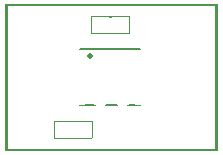
<source format=gto>
G04 MADE WITH FRITZING*
G04 WWW.FRITZING.ORG*
G04 DOUBLE SIDED*
G04 HOLES PLATED*
G04 CONTOUR ON CENTER OF CONTOUR VECTOR*
%ASAXBY*%
%FSLAX23Y23*%
%MOIN*%
%OFA0B0*%
%SFA1.0B1.0*%
%ADD10C,0.019307X0.00330709*%
%ADD11R,0.001000X0.001000*%
%LNSILK1*%
G90*
G70*
G54D10*
X281Y318D03*
G54D11*
X0Y492D02*
X707Y492D01*
X0Y491D02*
X707Y491D01*
X0Y490D02*
X707Y490D01*
X0Y489D02*
X707Y489D01*
X0Y488D02*
X707Y488D01*
X0Y487D02*
X707Y487D01*
X0Y486D02*
X707Y486D01*
X0Y485D02*
X707Y485D01*
X0Y484D02*
X7Y484D01*
X700Y484D02*
X707Y484D01*
X0Y483D02*
X7Y483D01*
X700Y483D02*
X707Y483D01*
X0Y482D02*
X7Y482D01*
X700Y482D02*
X707Y482D01*
X0Y481D02*
X7Y481D01*
X700Y481D02*
X707Y481D01*
X0Y480D02*
X7Y480D01*
X700Y480D02*
X707Y480D01*
X0Y479D02*
X7Y479D01*
X700Y479D02*
X707Y479D01*
X0Y478D02*
X7Y478D01*
X700Y478D02*
X707Y478D01*
X0Y477D02*
X7Y477D01*
X700Y477D02*
X707Y477D01*
X0Y476D02*
X7Y476D01*
X700Y476D02*
X707Y476D01*
X0Y475D02*
X7Y475D01*
X700Y475D02*
X707Y475D01*
X0Y474D02*
X7Y474D01*
X700Y474D02*
X707Y474D01*
X0Y473D02*
X7Y473D01*
X700Y473D02*
X707Y473D01*
X0Y472D02*
X7Y472D01*
X700Y472D02*
X707Y472D01*
X0Y471D02*
X7Y471D01*
X700Y471D02*
X707Y471D01*
X0Y470D02*
X7Y470D01*
X700Y470D02*
X707Y470D01*
X0Y469D02*
X7Y469D01*
X700Y469D02*
X707Y469D01*
X0Y468D02*
X7Y468D01*
X700Y468D02*
X707Y468D01*
X0Y467D02*
X7Y467D01*
X700Y467D02*
X707Y467D01*
X0Y466D02*
X7Y466D01*
X700Y466D02*
X707Y466D01*
X0Y465D02*
X7Y465D01*
X700Y465D02*
X707Y465D01*
X0Y464D02*
X7Y464D01*
X700Y464D02*
X707Y464D01*
X0Y463D02*
X7Y463D01*
X700Y463D02*
X707Y463D01*
X0Y462D02*
X7Y462D01*
X700Y462D02*
X707Y462D01*
X0Y461D02*
X7Y461D01*
X700Y461D02*
X707Y461D01*
X0Y460D02*
X7Y460D01*
X700Y460D02*
X707Y460D01*
X0Y459D02*
X7Y459D01*
X700Y459D02*
X707Y459D01*
X0Y458D02*
X7Y458D01*
X700Y458D02*
X707Y458D01*
X0Y457D02*
X7Y457D01*
X700Y457D02*
X707Y457D01*
X0Y456D02*
X7Y456D01*
X700Y456D02*
X707Y456D01*
X0Y455D02*
X7Y455D01*
X700Y455D02*
X707Y455D01*
X0Y454D02*
X7Y454D01*
X700Y454D02*
X707Y454D01*
X0Y453D02*
X7Y453D01*
X700Y453D02*
X707Y453D01*
X0Y452D02*
X7Y452D01*
X700Y452D02*
X707Y452D01*
X0Y451D02*
X7Y451D01*
X700Y451D02*
X707Y451D01*
X0Y450D02*
X7Y450D01*
X285Y450D02*
X414Y450D01*
X700Y450D02*
X707Y450D01*
X0Y449D02*
X7Y449D01*
X285Y449D02*
X414Y449D01*
X700Y449D02*
X707Y449D01*
X0Y448D02*
X7Y448D01*
X285Y448D02*
X414Y448D01*
X700Y448D02*
X707Y448D01*
X0Y447D02*
X7Y447D01*
X285Y447D02*
X287Y447D01*
X345Y447D02*
X354Y447D01*
X412Y447D02*
X414Y447D01*
X700Y447D02*
X707Y447D01*
X0Y446D02*
X7Y446D01*
X285Y446D02*
X287Y446D01*
X412Y446D02*
X414Y446D01*
X700Y446D02*
X707Y446D01*
X0Y445D02*
X7Y445D01*
X285Y445D02*
X287Y445D01*
X412Y445D02*
X414Y445D01*
X700Y445D02*
X707Y445D01*
X0Y444D02*
X7Y444D01*
X285Y444D02*
X287Y444D01*
X412Y444D02*
X414Y444D01*
X700Y444D02*
X707Y444D01*
X0Y443D02*
X7Y443D01*
X285Y443D02*
X287Y443D01*
X412Y443D02*
X414Y443D01*
X700Y443D02*
X707Y443D01*
X0Y442D02*
X7Y442D01*
X285Y442D02*
X287Y442D01*
X412Y442D02*
X414Y442D01*
X700Y442D02*
X707Y442D01*
X0Y441D02*
X7Y441D01*
X285Y441D02*
X287Y441D01*
X412Y441D02*
X414Y441D01*
X700Y441D02*
X707Y441D01*
X0Y440D02*
X7Y440D01*
X285Y440D02*
X287Y440D01*
X412Y440D02*
X414Y440D01*
X700Y440D02*
X707Y440D01*
X0Y439D02*
X7Y439D01*
X285Y439D02*
X287Y439D01*
X412Y439D02*
X414Y439D01*
X700Y439D02*
X707Y439D01*
X0Y438D02*
X7Y438D01*
X285Y438D02*
X287Y438D01*
X412Y438D02*
X414Y438D01*
X700Y438D02*
X707Y438D01*
X0Y437D02*
X7Y437D01*
X285Y437D02*
X287Y437D01*
X412Y437D02*
X414Y437D01*
X700Y437D02*
X707Y437D01*
X0Y436D02*
X7Y436D01*
X285Y436D02*
X287Y436D01*
X412Y436D02*
X414Y436D01*
X700Y436D02*
X707Y436D01*
X0Y435D02*
X7Y435D01*
X285Y435D02*
X287Y435D01*
X412Y435D02*
X414Y435D01*
X700Y435D02*
X707Y435D01*
X0Y434D02*
X7Y434D01*
X285Y434D02*
X287Y434D01*
X412Y434D02*
X414Y434D01*
X700Y434D02*
X707Y434D01*
X0Y433D02*
X7Y433D01*
X285Y433D02*
X287Y433D01*
X412Y433D02*
X414Y433D01*
X700Y433D02*
X707Y433D01*
X0Y432D02*
X7Y432D01*
X285Y432D02*
X287Y432D01*
X412Y432D02*
X414Y432D01*
X700Y432D02*
X707Y432D01*
X0Y431D02*
X7Y431D01*
X285Y431D02*
X287Y431D01*
X412Y431D02*
X414Y431D01*
X700Y431D02*
X707Y431D01*
X0Y430D02*
X7Y430D01*
X285Y430D02*
X287Y430D01*
X412Y430D02*
X414Y430D01*
X700Y430D02*
X707Y430D01*
X0Y429D02*
X7Y429D01*
X285Y429D02*
X287Y429D01*
X412Y429D02*
X414Y429D01*
X700Y429D02*
X707Y429D01*
X0Y428D02*
X7Y428D01*
X285Y428D02*
X287Y428D01*
X412Y428D02*
X414Y428D01*
X700Y428D02*
X707Y428D01*
X0Y427D02*
X7Y427D01*
X285Y427D02*
X287Y427D01*
X412Y427D02*
X414Y427D01*
X700Y427D02*
X707Y427D01*
X0Y426D02*
X7Y426D01*
X285Y426D02*
X287Y426D01*
X412Y426D02*
X414Y426D01*
X700Y426D02*
X707Y426D01*
X0Y425D02*
X7Y425D01*
X285Y425D02*
X287Y425D01*
X412Y425D02*
X414Y425D01*
X700Y425D02*
X707Y425D01*
X0Y424D02*
X7Y424D01*
X285Y424D02*
X287Y424D01*
X412Y424D02*
X414Y424D01*
X700Y424D02*
X707Y424D01*
X0Y423D02*
X7Y423D01*
X285Y423D02*
X287Y423D01*
X412Y423D02*
X414Y423D01*
X700Y423D02*
X707Y423D01*
X0Y422D02*
X7Y422D01*
X285Y422D02*
X287Y422D01*
X412Y422D02*
X414Y422D01*
X700Y422D02*
X707Y422D01*
X0Y421D02*
X7Y421D01*
X285Y421D02*
X287Y421D01*
X412Y421D02*
X414Y421D01*
X700Y421D02*
X707Y421D01*
X0Y420D02*
X7Y420D01*
X285Y420D02*
X287Y420D01*
X412Y420D02*
X414Y420D01*
X700Y420D02*
X707Y420D01*
X0Y419D02*
X7Y419D01*
X285Y419D02*
X287Y419D01*
X412Y419D02*
X414Y419D01*
X700Y419D02*
X707Y419D01*
X0Y418D02*
X7Y418D01*
X285Y418D02*
X287Y418D01*
X412Y418D02*
X414Y418D01*
X700Y418D02*
X707Y418D01*
X0Y417D02*
X7Y417D01*
X285Y417D02*
X287Y417D01*
X412Y417D02*
X414Y417D01*
X700Y417D02*
X707Y417D01*
X0Y416D02*
X7Y416D01*
X285Y416D02*
X287Y416D01*
X412Y416D02*
X414Y416D01*
X700Y416D02*
X707Y416D01*
X0Y415D02*
X7Y415D01*
X285Y415D02*
X287Y415D01*
X412Y415D02*
X414Y415D01*
X700Y415D02*
X707Y415D01*
X0Y414D02*
X7Y414D01*
X285Y414D02*
X287Y414D01*
X412Y414D02*
X414Y414D01*
X700Y414D02*
X707Y414D01*
X0Y413D02*
X7Y413D01*
X285Y413D02*
X287Y413D01*
X412Y413D02*
X414Y413D01*
X700Y413D02*
X707Y413D01*
X0Y412D02*
X7Y412D01*
X285Y412D02*
X287Y412D01*
X412Y412D02*
X414Y412D01*
X700Y412D02*
X707Y412D01*
X0Y411D02*
X7Y411D01*
X285Y411D02*
X287Y411D01*
X412Y411D02*
X414Y411D01*
X700Y411D02*
X707Y411D01*
X0Y410D02*
X7Y410D01*
X285Y410D02*
X287Y410D01*
X412Y410D02*
X414Y410D01*
X700Y410D02*
X707Y410D01*
X0Y409D02*
X7Y409D01*
X285Y409D02*
X287Y409D01*
X412Y409D02*
X414Y409D01*
X700Y409D02*
X707Y409D01*
X0Y408D02*
X7Y408D01*
X285Y408D02*
X287Y408D01*
X412Y408D02*
X414Y408D01*
X700Y408D02*
X707Y408D01*
X0Y407D02*
X7Y407D01*
X285Y407D02*
X287Y407D01*
X412Y407D02*
X414Y407D01*
X700Y407D02*
X707Y407D01*
X0Y406D02*
X7Y406D01*
X285Y406D02*
X287Y406D01*
X412Y406D02*
X414Y406D01*
X700Y406D02*
X707Y406D01*
X0Y405D02*
X7Y405D01*
X285Y405D02*
X287Y405D01*
X412Y405D02*
X414Y405D01*
X700Y405D02*
X707Y405D01*
X0Y404D02*
X7Y404D01*
X285Y404D02*
X287Y404D01*
X412Y404D02*
X414Y404D01*
X700Y404D02*
X707Y404D01*
X0Y403D02*
X7Y403D01*
X285Y403D02*
X287Y403D01*
X412Y403D02*
X414Y403D01*
X700Y403D02*
X707Y403D01*
X0Y402D02*
X7Y402D01*
X285Y402D02*
X287Y402D01*
X412Y402D02*
X414Y402D01*
X700Y402D02*
X707Y402D01*
X0Y401D02*
X7Y401D01*
X285Y401D02*
X287Y401D01*
X412Y401D02*
X414Y401D01*
X700Y401D02*
X707Y401D01*
X0Y400D02*
X7Y400D01*
X285Y400D02*
X287Y400D01*
X412Y400D02*
X414Y400D01*
X700Y400D02*
X707Y400D01*
X0Y399D02*
X7Y399D01*
X285Y399D02*
X287Y399D01*
X412Y399D02*
X414Y399D01*
X700Y399D02*
X707Y399D01*
X0Y398D02*
X7Y398D01*
X285Y398D02*
X287Y398D01*
X412Y398D02*
X414Y398D01*
X700Y398D02*
X707Y398D01*
X0Y397D02*
X7Y397D01*
X285Y397D02*
X287Y397D01*
X412Y397D02*
X414Y397D01*
X700Y397D02*
X707Y397D01*
X0Y396D02*
X7Y396D01*
X285Y396D02*
X287Y396D01*
X412Y396D02*
X414Y396D01*
X700Y396D02*
X707Y396D01*
X0Y395D02*
X7Y395D01*
X285Y395D02*
X287Y395D01*
X345Y395D02*
X354Y395D01*
X412Y395D02*
X414Y395D01*
X700Y395D02*
X707Y395D01*
X0Y394D02*
X7Y394D01*
X285Y394D02*
X414Y394D01*
X700Y394D02*
X707Y394D01*
X0Y393D02*
X7Y393D01*
X285Y393D02*
X414Y393D01*
X700Y393D02*
X707Y393D01*
X0Y392D02*
X7Y392D01*
X285Y392D02*
X414Y392D01*
X700Y392D02*
X707Y392D01*
X0Y391D02*
X7Y391D01*
X700Y391D02*
X707Y391D01*
X0Y390D02*
X7Y390D01*
X700Y390D02*
X707Y390D01*
X0Y389D02*
X7Y389D01*
X700Y389D02*
X707Y389D01*
X0Y388D02*
X7Y388D01*
X700Y388D02*
X707Y388D01*
X0Y387D02*
X7Y387D01*
X700Y387D02*
X707Y387D01*
X0Y386D02*
X7Y386D01*
X700Y386D02*
X707Y386D01*
X0Y385D02*
X7Y385D01*
X700Y385D02*
X707Y385D01*
X0Y384D02*
X7Y384D01*
X700Y384D02*
X707Y384D01*
X0Y383D02*
X7Y383D01*
X700Y383D02*
X707Y383D01*
X0Y382D02*
X7Y382D01*
X700Y382D02*
X707Y382D01*
X0Y381D02*
X7Y381D01*
X700Y381D02*
X707Y381D01*
X0Y380D02*
X7Y380D01*
X700Y380D02*
X707Y380D01*
X0Y379D02*
X7Y379D01*
X700Y379D02*
X707Y379D01*
X0Y378D02*
X7Y378D01*
X700Y378D02*
X707Y378D01*
X0Y377D02*
X7Y377D01*
X700Y377D02*
X707Y377D01*
X0Y376D02*
X7Y376D01*
X700Y376D02*
X707Y376D01*
X0Y375D02*
X7Y375D01*
X700Y375D02*
X707Y375D01*
X0Y374D02*
X7Y374D01*
X700Y374D02*
X707Y374D01*
X0Y373D02*
X7Y373D01*
X700Y373D02*
X707Y373D01*
X0Y372D02*
X7Y372D01*
X700Y372D02*
X707Y372D01*
X0Y371D02*
X7Y371D01*
X700Y371D02*
X707Y371D01*
X0Y370D02*
X7Y370D01*
X700Y370D02*
X707Y370D01*
X0Y369D02*
X7Y369D01*
X700Y369D02*
X707Y369D01*
X0Y368D02*
X7Y368D01*
X700Y368D02*
X707Y368D01*
X0Y367D02*
X7Y367D01*
X700Y367D02*
X707Y367D01*
X0Y366D02*
X7Y366D01*
X700Y366D02*
X707Y366D01*
X0Y365D02*
X7Y365D01*
X700Y365D02*
X707Y365D01*
X0Y364D02*
X7Y364D01*
X700Y364D02*
X707Y364D01*
X0Y363D02*
X7Y363D01*
X700Y363D02*
X707Y363D01*
X0Y362D02*
X7Y362D01*
X700Y362D02*
X707Y362D01*
X0Y361D02*
X7Y361D01*
X700Y361D02*
X707Y361D01*
X0Y360D02*
X7Y360D01*
X700Y360D02*
X707Y360D01*
X0Y359D02*
X7Y359D01*
X700Y359D02*
X707Y359D01*
X0Y358D02*
X7Y358D01*
X700Y358D02*
X707Y358D01*
X0Y357D02*
X7Y357D01*
X700Y357D02*
X707Y357D01*
X0Y356D02*
X7Y356D01*
X700Y356D02*
X707Y356D01*
X0Y355D02*
X7Y355D01*
X700Y355D02*
X707Y355D01*
X0Y354D02*
X7Y354D01*
X700Y354D02*
X707Y354D01*
X0Y353D02*
X7Y353D01*
X700Y353D02*
X707Y353D01*
X0Y352D02*
X7Y352D01*
X700Y352D02*
X707Y352D01*
X0Y351D02*
X7Y351D01*
X700Y351D02*
X707Y351D01*
X0Y350D02*
X7Y350D01*
X700Y350D02*
X707Y350D01*
X0Y349D02*
X7Y349D01*
X700Y349D02*
X707Y349D01*
X0Y348D02*
X7Y348D01*
X700Y348D02*
X707Y348D01*
X0Y347D02*
X7Y347D01*
X700Y347D02*
X707Y347D01*
X0Y346D02*
X7Y346D01*
X700Y346D02*
X707Y346D01*
X0Y345D02*
X7Y345D01*
X700Y345D02*
X707Y345D01*
X0Y344D02*
X7Y344D01*
X700Y344D02*
X707Y344D01*
X0Y343D02*
X7Y343D01*
X249Y343D02*
X449Y343D01*
X700Y343D02*
X707Y343D01*
X0Y342D02*
X7Y342D01*
X247Y342D02*
X451Y342D01*
X700Y342D02*
X707Y342D01*
X0Y341D02*
X7Y341D01*
X246Y341D02*
X452Y341D01*
X700Y341D02*
X707Y341D01*
X0Y340D02*
X7Y340D01*
X246Y340D02*
X452Y340D01*
X700Y340D02*
X707Y340D01*
X0Y339D02*
X7Y339D01*
X265Y339D02*
X433Y339D01*
X700Y339D02*
X707Y339D01*
X0Y338D02*
X7Y338D01*
X266Y338D02*
X432Y338D01*
X700Y338D02*
X707Y338D01*
X0Y337D02*
X7Y337D01*
X700Y337D02*
X707Y337D01*
X0Y336D02*
X7Y336D01*
X700Y336D02*
X707Y336D01*
X0Y335D02*
X7Y335D01*
X700Y335D02*
X707Y335D01*
X0Y334D02*
X7Y334D01*
X700Y334D02*
X707Y334D01*
X0Y333D02*
X7Y333D01*
X700Y333D02*
X707Y333D01*
X0Y332D02*
X7Y332D01*
X700Y332D02*
X707Y332D01*
X0Y331D02*
X7Y331D01*
X700Y331D02*
X707Y331D01*
X0Y330D02*
X7Y330D01*
X700Y330D02*
X707Y330D01*
X0Y329D02*
X7Y329D01*
X700Y329D02*
X707Y329D01*
X0Y328D02*
X7Y328D01*
X700Y328D02*
X707Y328D01*
X0Y327D02*
X7Y327D01*
X700Y327D02*
X707Y327D01*
X0Y326D02*
X7Y326D01*
X700Y326D02*
X707Y326D01*
X0Y325D02*
X7Y325D01*
X700Y325D02*
X707Y325D01*
X0Y324D02*
X7Y324D01*
X700Y324D02*
X707Y324D01*
X0Y323D02*
X7Y323D01*
X700Y323D02*
X707Y323D01*
X0Y322D02*
X7Y322D01*
X700Y322D02*
X707Y322D01*
X0Y321D02*
X7Y321D01*
X700Y321D02*
X707Y321D01*
X0Y320D02*
X7Y320D01*
X700Y320D02*
X707Y320D01*
X0Y319D02*
X7Y319D01*
X700Y319D02*
X707Y319D01*
X0Y318D02*
X7Y318D01*
X700Y318D02*
X707Y318D01*
X0Y317D02*
X7Y317D01*
X700Y317D02*
X707Y317D01*
X0Y316D02*
X7Y316D01*
X700Y316D02*
X707Y316D01*
X0Y315D02*
X7Y315D01*
X700Y315D02*
X707Y315D01*
X0Y314D02*
X7Y314D01*
X700Y314D02*
X707Y314D01*
X0Y313D02*
X7Y313D01*
X700Y313D02*
X707Y313D01*
X0Y312D02*
X7Y312D01*
X700Y312D02*
X707Y312D01*
X0Y311D02*
X7Y311D01*
X700Y311D02*
X707Y311D01*
X0Y310D02*
X7Y310D01*
X700Y310D02*
X707Y310D01*
X0Y309D02*
X7Y309D01*
X700Y309D02*
X707Y309D01*
X0Y308D02*
X7Y308D01*
X700Y308D02*
X707Y308D01*
X0Y307D02*
X7Y307D01*
X700Y307D02*
X707Y307D01*
X0Y306D02*
X7Y306D01*
X700Y306D02*
X707Y306D01*
X0Y305D02*
X7Y305D01*
X700Y305D02*
X707Y305D01*
X0Y304D02*
X7Y304D01*
X700Y304D02*
X707Y304D01*
X0Y303D02*
X7Y303D01*
X700Y303D02*
X707Y303D01*
X0Y302D02*
X7Y302D01*
X700Y302D02*
X707Y302D01*
X0Y301D02*
X7Y301D01*
X700Y301D02*
X707Y301D01*
X0Y300D02*
X7Y300D01*
X700Y300D02*
X707Y300D01*
X0Y299D02*
X7Y299D01*
X700Y299D02*
X707Y299D01*
X0Y298D02*
X7Y298D01*
X700Y298D02*
X707Y298D01*
X0Y297D02*
X7Y297D01*
X700Y297D02*
X707Y297D01*
X0Y296D02*
X7Y296D01*
X700Y296D02*
X707Y296D01*
X0Y295D02*
X7Y295D01*
X700Y295D02*
X707Y295D01*
X0Y294D02*
X7Y294D01*
X700Y294D02*
X707Y294D01*
X0Y293D02*
X7Y293D01*
X700Y293D02*
X707Y293D01*
X0Y292D02*
X7Y292D01*
X700Y292D02*
X707Y292D01*
X0Y291D02*
X7Y291D01*
X700Y291D02*
X707Y291D01*
X0Y290D02*
X7Y290D01*
X700Y290D02*
X707Y290D01*
X0Y289D02*
X7Y289D01*
X700Y289D02*
X707Y289D01*
X0Y288D02*
X7Y288D01*
X700Y288D02*
X707Y288D01*
X0Y287D02*
X7Y287D01*
X700Y287D02*
X707Y287D01*
X0Y286D02*
X7Y286D01*
X700Y286D02*
X707Y286D01*
X0Y285D02*
X7Y285D01*
X700Y285D02*
X707Y285D01*
X0Y284D02*
X7Y284D01*
X700Y284D02*
X707Y284D01*
X0Y283D02*
X7Y283D01*
X700Y283D02*
X707Y283D01*
X0Y282D02*
X7Y282D01*
X700Y282D02*
X707Y282D01*
X0Y281D02*
X7Y281D01*
X700Y281D02*
X707Y281D01*
X0Y280D02*
X7Y280D01*
X700Y280D02*
X707Y280D01*
X0Y279D02*
X7Y279D01*
X700Y279D02*
X707Y279D01*
X0Y278D02*
X7Y278D01*
X700Y278D02*
X707Y278D01*
X0Y277D02*
X7Y277D01*
X700Y277D02*
X707Y277D01*
X0Y276D02*
X7Y276D01*
X700Y276D02*
X707Y276D01*
X0Y275D02*
X7Y275D01*
X700Y275D02*
X707Y275D01*
X0Y274D02*
X7Y274D01*
X700Y274D02*
X707Y274D01*
X0Y273D02*
X7Y273D01*
X700Y273D02*
X707Y273D01*
X0Y272D02*
X7Y272D01*
X700Y272D02*
X707Y272D01*
X0Y271D02*
X7Y271D01*
X700Y271D02*
X707Y271D01*
X0Y270D02*
X7Y270D01*
X700Y270D02*
X707Y270D01*
X0Y269D02*
X7Y269D01*
X700Y269D02*
X707Y269D01*
X0Y268D02*
X7Y268D01*
X700Y268D02*
X707Y268D01*
X0Y267D02*
X7Y267D01*
X700Y267D02*
X707Y267D01*
X0Y266D02*
X7Y266D01*
X700Y266D02*
X707Y266D01*
X0Y265D02*
X7Y265D01*
X700Y265D02*
X707Y265D01*
X0Y264D02*
X7Y264D01*
X700Y264D02*
X707Y264D01*
X0Y263D02*
X7Y263D01*
X700Y263D02*
X707Y263D01*
X0Y262D02*
X7Y262D01*
X700Y262D02*
X707Y262D01*
X0Y261D02*
X7Y261D01*
X700Y261D02*
X707Y261D01*
X0Y260D02*
X7Y260D01*
X700Y260D02*
X707Y260D01*
X0Y259D02*
X7Y259D01*
X700Y259D02*
X707Y259D01*
X0Y258D02*
X7Y258D01*
X700Y258D02*
X707Y258D01*
X0Y257D02*
X7Y257D01*
X700Y257D02*
X707Y257D01*
X0Y256D02*
X7Y256D01*
X700Y256D02*
X707Y256D01*
X0Y255D02*
X7Y255D01*
X700Y255D02*
X707Y255D01*
X0Y254D02*
X7Y254D01*
X700Y254D02*
X707Y254D01*
X0Y253D02*
X7Y253D01*
X700Y253D02*
X707Y253D01*
X0Y252D02*
X7Y252D01*
X700Y252D02*
X707Y252D01*
X0Y251D02*
X7Y251D01*
X700Y251D02*
X707Y251D01*
X0Y250D02*
X7Y250D01*
X700Y250D02*
X707Y250D01*
X0Y249D02*
X7Y249D01*
X700Y249D02*
X707Y249D01*
X0Y248D02*
X7Y248D01*
X700Y248D02*
X707Y248D01*
X0Y247D02*
X7Y247D01*
X700Y247D02*
X707Y247D01*
X0Y246D02*
X7Y246D01*
X700Y246D02*
X707Y246D01*
X0Y245D02*
X7Y245D01*
X700Y245D02*
X707Y245D01*
X0Y244D02*
X7Y244D01*
X700Y244D02*
X707Y244D01*
X0Y243D02*
X7Y243D01*
X700Y243D02*
X707Y243D01*
X0Y242D02*
X7Y242D01*
X700Y242D02*
X707Y242D01*
X0Y241D02*
X7Y241D01*
X700Y241D02*
X707Y241D01*
X0Y240D02*
X7Y240D01*
X700Y240D02*
X707Y240D01*
X0Y239D02*
X7Y239D01*
X700Y239D02*
X707Y239D01*
X0Y238D02*
X7Y238D01*
X700Y238D02*
X707Y238D01*
X0Y237D02*
X7Y237D01*
X700Y237D02*
X707Y237D01*
X0Y236D02*
X7Y236D01*
X700Y236D02*
X707Y236D01*
X0Y235D02*
X7Y235D01*
X700Y235D02*
X707Y235D01*
X0Y234D02*
X7Y234D01*
X700Y234D02*
X707Y234D01*
X0Y233D02*
X7Y233D01*
X700Y233D02*
X707Y233D01*
X0Y232D02*
X7Y232D01*
X700Y232D02*
X707Y232D01*
X0Y231D02*
X7Y231D01*
X700Y231D02*
X707Y231D01*
X0Y230D02*
X7Y230D01*
X700Y230D02*
X707Y230D01*
X0Y229D02*
X7Y229D01*
X700Y229D02*
X707Y229D01*
X0Y228D02*
X7Y228D01*
X700Y228D02*
X707Y228D01*
X0Y227D02*
X7Y227D01*
X700Y227D02*
X707Y227D01*
X0Y226D02*
X7Y226D01*
X700Y226D02*
X707Y226D01*
X0Y225D02*
X7Y225D01*
X700Y225D02*
X707Y225D01*
X0Y224D02*
X7Y224D01*
X700Y224D02*
X707Y224D01*
X0Y223D02*
X7Y223D01*
X700Y223D02*
X707Y223D01*
X0Y222D02*
X7Y222D01*
X700Y222D02*
X707Y222D01*
X0Y221D02*
X7Y221D01*
X700Y221D02*
X707Y221D01*
X0Y220D02*
X7Y220D01*
X700Y220D02*
X707Y220D01*
X0Y219D02*
X7Y219D01*
X700Y219D02*
X707Y219D01*
X0Y218D02*
X7Y218D01*
X700Y218D02*
X707Y218D01*
X0Y217D02*
X7Y217D01*
X700Y217D02*
X707Y217D01*
X0Y216D02*
X7Y216D01*
X700Y216D02*
X707Y216D01*
X0Y215D02*
X7Y215D01*
X700Y215D02*
X707Y215D01*
X0Y214D02*
X7Y214D01*
X700Y214D02*
X707Y214D01*
X0Y213D02*
X7Y213D01*
X700Y213D02*
X707Y213D01*
X0Y212D02*
X7Y212D01*
X700Y212D02*
X707Y212D01*
X0Y211D02*
X7Y211D01*
X700Y211D02*
X707Y211D01*
X0Y210D02*
X7Y210D01*
X700Y210D02*
X707Y210D01*
X0Y209D02*
X7Y209D01*
X700Y209D02*
X707Y209D01*
X0Y208D02*
X7Y208D01*
X700Y208D02*
X707Y208D01*
X0Y207D02*
X7Y207D01*
X700Y207D02*
X707Y207D01*
X0Y206D02*
X7Y206D01*
X700Y206D02*
X707Y206D01*
X0Y205D02*
X7Y205D01*
X700Y205D02*
X707Y205D01*
X0Y204D02*
X7Y204D01*
X700Y204D02*
X707Y204D01*
X0Y203D02*
X7Y203D01*
X700Y203D02*
X707Y203D01*
X0Y202D02*
X7Y202D01*
X700Y202D02*
X707Y202D01*
X0Y201D02*
X7Y201D01*
X700Y201D02*
X707Y201D01*
X0Y200D02*
X7Y200D01*
X700Y200D02*
X707Y200D01*
X0Y199D02*
X7Y199D01*
X700Y199D02*
X707Y199D01*
X0Y198D02*
X7Y198D01*
X700Y198D02*
X707Y198D01*
X0Y197D02*
X7Y197D01*
X700Y197D02*
X707Y197D01*
X0Y196D02*
X7Y196D01*
X700Y196D02*
X707Y196D01*
X0Y195D02*
X7Y195D01*
X700Y195D02*
X707Y195D01*
X0Y194D02*
X7Y194D01*
X700Y194D02*
X707Y194D01*
X0Y193D02*
X7Y193D01*
X700Y193D02*
X707Y193D01*
X0Y192D02*
X7Y192D01*
X700Y192D02*
X707Y192D01*
X0Y191D02*
X7Y191D01*
X700Y191D02*
X707Y191D01*
X0Y190D02*
X7Y190D01*
X700Y190D02*
X707Y190D01*
X0Y189D02*
X7Y189D01*
X700Y189D02*
X707Y189D01*
X0Y188D02*
X7Y188D01*
X700Y188D02*
X707Y188D01*
X0Y187D02*
X7Y187D01*
X700Y187D02*
X707Y187D01*
X0Y186D02*
X7Y186D01*
X700Y186D02*
X707Y186D01*
X0Y185D02*
X7Y185D01*
X700Y185D02*
X707Y185D01*
X0Y184D02*
X7Y184D01*
X700Y184D02*
X707Y184D01*
X0Y183D02*
X7Y183D01*
X700Y183D02*
X707Y183D01*
X0Y182D02*
X7Y182D01*
X700Y182D02*
X707Y182D01*
X0Y181D02*
X7Y181D01*
X700Y181D02*
X707Y181D01*
X0Y180D02*
X7Y180D01*
X700Y180D02*
X707Y180D01*
X0Y179D02*
X7Y179D01*
X700Y179D02*
X707Y179D01*
X0Y178D02*
X7Y178D01*
X700Y178D02*
X707Y178D01*
X0Y177D02*
X7Y177D01*
X700Y177D02*
X707Y177D01*
X0Y176D02*
X7Y176D01*
X700Y176D02*
X707Y176D01*
X0Y175D02*
X7Y175D01*
X700Y175D02*
X707Y175D01*
X0Y174D02*
X7Y174D01*
X700Y174D02*
X707Y174D01*
X0Y173D02*
X7Y173D01*
X700Y173D02*
X707Y173D01*
X0Y172D02*
X7Y172D01*
X700Y172D02*
X707Y172D01*
X0Y171D02*
X7Y171D01*
X700Y171D02*
X707Y171D01*
X0Y170D02*
X7Y170D01*
X700Y170D02*
X707Y170D01*
X0Y169D02*
X7Y169D01*
X700Y169D02*
X707Y169D01*
X0Y168D02*
X7Y168D01*
X700Y168D02*
X707Y168D01*
X0Y167D02*
X7Y167D01*
X700Y167D02*
X707Y167D01*
X0Y166D02*
X7Y166D01*
X700Y166D02*
X707Y166D01*
X0Y165D02*
X7Y165D01*
X700Y165D02*
X707Y165D01*
X0Y164D02*
X7Y164D01*
X700Y164D02*
X707Y164D01*
X0Y163D02*
X7Y163D01*
X700Y163D02*
X707Y163D01*
X0Y162D02*
X7Y162D01*
X700Y162D02*
X707Y162D01*
X0Y161D02*
X7Y161D01*
X700Y161D02*
X707Y161D01*
X0Y160D02*
X7Y160D01*
X700Y160D02*
X707Y160D01*
X0Y159D02*
X7Y159D01*
X700Y159D02*
X707Y159D01*
X0Y158D02*
X7Y158D01*
X700Y158D02*
X707Y158D01*
X0Y157D02*
X7Y157D01*
X266Y157D02*
X296Y157D01*
X336Y157D02*
X371Y157D01*
X411Y157D02*
X432Y157D01*
X700Y157D02*
X707Y157D01*
X0Y156D02*
X7Y156D01*
X266Y156D02*
X297Y156D01*
X335Y156D02*
X372Y156D01*
X410Y156D02*
X432Y156D01*
X700Y156D02*
X707Y156D01*
X0Y155D02*
X7Y155D01*
X246Y155D02*
X298Y155D01*
X334Y155D02*
X373Y155D01*
X409Y155D02*
X452Y155D01*
X700Y155D02*
X707Y155D01*
X0Y154D02*
X7Y154D01*
X246Y154D02*
X299Y154D01*
X333Y154D02*
X374Y154D01*
X408Y154D02*
X452Y154D01*
X700Y154D02*
X707Y154D01*
X0Y153D02*
X7Y153D01*
X246Y153D02*
X300Y153D01*
X332Y153D02*
X375Y153D01*
X407Y153D02*
X452Y153D01*
X700Y153D02*
X707Y153D01*
X0Y152D02*
X7Y152D01*
X247Y152D02*
X302Y152D01*
X331Y152D02*
X376Y152D01*
X405Y152D02*
X451Y152D01*
X700Y152D02*
X707Y152D01*
X0Y151D02*
X7Y151D01*
X700Y151D02*
X707Y151D01*
X0Y150D02*
X7Y150D01*
X700Y150D02*
X707Y150D01*
X0Y149D02*
X7Y149D01*
X700Y149D02*
X707Y149D01*
X0Y148D02*
X7Y148D01*
X700Y148D02*
X707Y148D01*
X0Y147D02*
X7Y147D01*
X700Y147D02*
X707Y147D01*
X0Y146D02*
X7Y146D01*
X700Y146D02*
X707Y146D01*
X0Y145D02*
X7Y145D01*
X700Y145D02*
X707Y145D01*
X0Y144D02*
X7Y144D01*
X700Y144D02*
X707Y144D01*
X0Y143D02*
X7Y143D01*
X700Y143D02*
X707Y143D01*
X0Y142D02*
X7Y142D01*
X700Y142D02*
X707Y142D01*
X0Y141D02*
X7Y141D01*
X700Y141D02*
X707Y141D01*
X0Y140D02*
X7Y140D01*
X700Y140D02*
X707Y140D01*
X0Y139D02*
X7Y139D01*
X700Y139D02*
X707Y139D01*
X0Y138D02*
X7Y138D01*
X700Y138D02*
X707Y138D01*
X0Y137D02*
X7Y137D01*
X700Y137D02*
X707Y137D01*
X0Y136D02*
X7Y136D01*
X700Y136D02*
X707Y136D01*
X0Y135D02*
X7Y135D01*
X700Y135D02*
X707Y135D01*
X0Y134D02*
X7Y134D01*
X700Y134D02*
X707Y134D01*
X0Y133D02*
X7Y133D01*
X700Y133D02*
X707Y133D01*
X0Y132D02*
X7Y132D01*
X700Y132D02*
X707Y132D01*
X0Y131D02*
X7Y131D01*
X700Y131D02*
X707Y131D01*
X0Y130D02*
X7Y130D01*
X700Y130D02*
X707Y130D01*
X0Y129D02*
X7Y129D01*
X700Y129D02*
X707Y129D01*
X0Y128D02*
X7Y128D01*
X700Y128D02*
X707Y128D01*
X0Y127D02*
X7Y127D01*
X700Y127D02*
X707Y127D01*
X0Y126D02*
X7Y126D01*
X700Y126D02*
X707Y126D01*
X0Y125D02*
X7Y125D01*
X700Y125D02*
X707Y125D01*
X0Y124D02*
X7Y124D01*
X700Y124D02*
X707Y124D01*
X0Y123D02*
X7Y123D01*
X700Y123D02*
X707Y123D01*
X0Y122D02*
X7Y122D01*
X700Y122D02*
X707Y122D01*
X0Y121D02*
X7Y121D01*
X700Y121D02*
X707Y121D01*
X0Y120D02*
X7Y120D01*
X700Y120D02*
X707Y120D01*
X0Y119D02*
X7Y119D01*
X700Y119D02*
X707Y119D01*
X0Y118D02*
X7Y118D01*
X700Y118D02*
X707Y118D01*
X0Y117D02*
X7Y117D01*
X700Y117D02*
X707Y117D01*
X0Y116D02*
X7Y116D01*
X700Y116D02*
X707Y116D01*
X0Y115D02*
X7Y115D01*
X700Y115D02*
X707Y115D01*
X0Y114D02*
X7Y114D01*
X700Y114D02*
X707Y114D01*
X0Y113D02*
X7Y113D01*
X700Y113D02*
X707Y113D01*
X0Y112D02*
X7Y112D01*
X700Y112D02*
X707Y112D01*
X0Y111D02*
X7Y111D01*
X700Y111D02*
X707Y111D01*
X0Y110D02*
X7Y110D01*
X700Y110D02*
X707Y110D01*
X0Y109D02*
X7Y109D01*
X700Y109D02*
X707Y109D01*
X0Y108D02*
X7Y108D01*
X700Y108D02*
X707Y108D01*
X0Y107D02*
X7Y107D01*
X700Y107D02*
X707Y107D01*
X0Y106D02*
X7Y106D01*
X700Y106D02*
X707Y106D01*
X0Y105D02*
X7Y105D01*
X700Y105D02*
X707Y105D01*
X0Y104D02*
X7Y104D01*
X700Y104D02*
X707Y104D01*
X0Y103D02*
X7Y103D01*
X700Y103D02*
X707Y103D01*
X0Y102D02*
X7Y102D01*
X700Y102D02*
X707Y102D01*
X0Y101D02*
X7Y101D01*
X161Y101D02*
X290Y101D01*
X700Y101D02*
X707Y101D01*
X0Y100D02*
X7Y100D01*
X161Y100D02*
X290Y100D01*
X700Y100D02*
X707Y100D01*
X0Y99D02*
X7Y99D01*
X161Y99D02*
X163Y99D01*
X220Y99D02*
X230Y99D01*
X287Y99D02*
X290Y99D01*
X700Y99D02*
X707Y99D01*
X0Y98D02*
X7Y98D01*
X161Y98D02*
X163Y98D01*
X288Y98D02*
X290Y98D01*
X700Y98D02*
X707Y98D01*
X0Y97D02*
X7Y97D01*
X161Y97D02*
X163Y97D01*
X288Y97D02*
X290Y97D01*
X700Y97D02*
X707Y97D01*
X0Y96D02*
X7Y96D01*
X161Y96D02*
X163Y96D01*
X288Y96D02*
X290Y96D01*
X700Y96D02*
X707Y96D01*
X0Y95D02*
X7Y95D01*
X161Y95D02*
X163Y95D01*
X288Y95D02*
X290Y95D01*
X700Y95D02*
X707Y95D01*
X0Y94D02*
X7Y94D01*
X161Y94D02*
X163Y94D01*
X288Y94D02*
X290Y94D01*
X700Y94D02*
X707Y94D01*
X0Y93D02*
X7Y93D01*
X161Y93D02*
X163Y93D01*
X288Y93D02*
X290Y93D01*
X700Y93D02*
X707Y93D01*
X0Y92D02*
X7Y92D01*
X161Y92D02*
X163Y92D01*
X288Y92D02*
X290Y92D01*
X700Y92D02*
X707Y92D01*
X0Y91D02*
X7Y91D01*
X161Y91D02*
X163Y91D01*
X288Y91D02*
X290Y91D01*
X700Y91D02*
X707Y91D01*
X0Y90D02*
X7Y90D01*
X161Y90D02*
X163Y90D01*
X288Y90D02*
X290Y90D01*
X700Y90D02*
X707Y90D01*
X0Y89D02*
X7Y89D01*
X161Y89D02*
X163Y89D01*
X288Y89D02*
X290Y89D01*
X700Y89D02*
X707Y89D01*
X0Y88D02*
X7Y88D01*
X161Y88D02*
X163Y88D01*
X288Y88D02*
X290Y88D01*
X700Y88D02*
X707Y88D01*
X0Y87D02*
X7Y87D01*
X161Y87D02*
X163Y87D01*
X288Y87D02*
X290Y87D01*
X700Y87D02*
X707Y87D01*
X0Y86D02*
X7Y86D01*
X161Y86D02*
X163Y86D01*
X288Y86D02*
X290Y86D01*
X700Y86D02*
X707Y86D01*
X0Y85D02*
X7Y85D01*
X161Y85D02*
X163Y85D01*
X288Y85D02*
X290Y85D01*
X700Y85D02*
X707Y85D01*
X0Y84D02*
X7Y84D01*
X161Y84D02*
X163Y84D01*
X288Y84D02*
X290Y84D01*
X700Y84D02*
X707Y84D01*
X0Y83D02*
X7Y83D01*
X161Y83D02*
X163Y83D01*
X288Y83D02*
X290Y83D01*
X700Y83D02*
X707Y83D01*
X0Y82D02*
X7Y82D01*
X161Y82D02*
X163Y82D01*
X288Y82D02*
X290Y82D01*
X700Y82D02*
X707Y82D01*
X0Y81D02*
X7Y81D01*
X161Y81D02*
X163Y81D01*
X288Y81D02*
X290Y81D01*
X700Y81D02*
X707Y81D01*
X0Y80D02*
X7Y80D01*
X161Y80D02*
X163Y80D01*
X288Y80D02*
X290Y80D01*
X700Y80D02*
X707Y80D01*
X0Y79D02*
X7Y79D01*
X161Y79D02*
X163Y79D01*
X288Y79D02*
X290Y79D01*
X700Y79D02*
X707Y79D01*
X0Y78D02*
X7Y78D01*
X161Y78D02*
X163Y78D01*
X288Y78D02*
X290Y78D01*
X700Y78D02*
X707Y78D01*
X0Y77D02*
X7Y77D01*
X161Y77D02*
X163Y77D01*
X288Y77D02*
X290Y77D01*
X700Y77D02*
X707Y77D01*
X0Y76D02*
X7Y76D01*
X161Y76D02*
X163Y76D01*
X288Y76D02*
X290Y76D01*
X700Y76D02*
X707Y76D01*
X0Y75D02*
X7Y75D01*
X161Y75D02*
X163Y75D01*
X288Y75D02*
X290Y75D01*
X700Y75D02*
X707Y75D01*
X0Y74D02*
X7Y74D01*
X161Y74D02*
X163Y74D01*
X288Y74D02*
X290Y74D01*
X700Y74D02*
X707Y74D01*
X0Y73D02*
X7Y73D01*
X161Y73D02*
X163Y73D01*
X288Y73D02*
X290Y73D01*
X700Y73D02*
X707Y73D01*
X0Y72D02*
X7Y72D01*
X161Y72D02*
X163Y72D01*
X288Y72D02*
X290Y72D01*
X700Y72D02*
X707Y72D01*
X0Y71D02*
X7Y71D01*
X161Y71D02*
X163Y71D01*
X288Y71D02*
X290Y71D01*
X700Y71D02*
X707Y71D01*
X0Y70D02*
X7Y70D01*
X161Y70D02*
X163Y70D01*
X288Y70D02*
X290Y70D01*
X700Y70D02*
X707Y70D01*
X0Y69D02*
X7Y69D01*
X161Y69D02*
X163Y69D01*
X288Y69D02*
X290Y69D01*
X700Y69D02*
X707Y69D01*
X0Y68D02*
X7Y68D01*
X161Y68D02*
X163Y68D01*
X288Y68D02*
X290Y68D01*
X700Y68D02*
X707Y68D01*
X0Y67D02*
X7Y67D01*
X161Y67D02*
X163Y67D01*
X288Y67D02*
X290Y67D01*
X700Y67D02*
X707Y67D01*
X0Y66D02*
X7Y66D01*
X161Y66D02*
X163Y66D01*
X288Y66D02*
X290Y66D01*
X700Y66D02*
X707Y66D01*
X0Y65D02*
X7Y65D01*
X161Y65D02*
X163Y65D01*
X288Y65D02*
X290Y65D01*
X700Y65D02*
X707Y65D01*
X0Y64D02*
X7Y64D01*
X161Y64D02*
X163Y64D01*
X288Y64D02*
X290Y64D01*
X700Y64D02*
X707Y64D01*
X0Y63D02*
X7Y63D01*
X161Y63D02*
X163Y63D01*
X288Y63D02*
X290Y63D01*
X700Y63D02*
X707Y63D01*
X0Y62D02*
X7Y62D01*
X161Y62D02*
X163Y62D01*
X288Y62D02*
X290Y62D01*
X700Y62D02*
X707Y62D01*
X0Y61D02*
X7Y61D01*
X161Y61D02*
X163Y61D01*
X288Y61D02*
X290Y61D01*
X700Y61D02*
X707Y61D01*
X0Y60D02*
X7Y60D01*
X161Y60D02*
X163Y60D01*
X288Y60D02*
X290Y60D01*
X700Y60D02*
X707Y60D01*
X0Y59D02*
X7Y59D01*
X161Y59D02*
X163Y59D01*
X288Y59D02*
X290Y59D01*
X700Y59D02*
X707Y59D01*
X0Y58D02*
X7Y58D01*
X161Y58D02*
X163Y58D01*
X288Y58D02*
X290Y58D01*
X700Y58D02*
X707Y58D01*
X0Y57D02*
X7Y57D01*
X161Y57D02*
X163Y57D01*
X288Y57D02*
X290Y57D01*
X700Y57D02*
X707Y57D01*
X0Y56D02*
X7Y56D01*
X161Y56D02*
X163Y56D01*
X288Y56D02*
X290Y56D01*
X700Y56D02*
X707Y56D01*
X0Y55D02*
X7Y55D01*
X161Y55D02*
X163Y55D01*
X288Y55D02*
X290Y55D01*
X700Y55D02*
X707Y55D01*
X0Y54D02*
X7Y54D01*
X161Y54D02*
X163Y54D01*
X288Y54D02*
X290Y54D01*
X700Y54D02*
X707Y54D01*
X0Y53D02*
X7Y53D01*
X161Y53D02*
X163Y53D01*
X288Y53D02*
X290Y53D01*
X700Y53D02*
X707Y53D01*
X0Y52D02*
X7Y52D01*
X161Y52D02*
X163Y52D01*
X288Y52D02*
X290Y52D01*
X700Y52D02*
X707Y52D01*
X0Y51D02*
X7Y51D01*
X161Y51D02*
X163Y51D01*
X288Y51D02*
X290Y51D01*
X700Y51D02*
X707Y51D01*
X0Y50D02*
X7Y50D01*
X161Y50D02*
X163Y50D01*
X288Y50D02*
X290Y50D01*
X700Y50D02*
X707Y50D01*
X0Y49D02*
X7Y49D01*
X161Y49D02*
X163Y49D01*
X288Y49D02*
X290Y49D01*
X700Y49D02*
X707Y49D01*
X0Y48D02*
X7Y48D01*
X161Y48D02*
X163Y48D01*
X288Y48D02*
X290Y48D01*
X700Y48D02*
X707Y48D01*
X0Y47D02*
X7Y47D01*
X161Y47D02*
X163Y47D01*
X288Y47D02*
X290Y47D01*
X700Y47D02*
X707Y47D01*
X0Y46D02*
X7Y46D01*
X161Y46D02*
X163Y46D01*
X221Y46D02*
X230Y46D01*
X287Y46D02*
X290Y46D01*
X700Y46D02*
X707Y46D01*
X0Y45D02*
X7Y45D01*
X161Y45D02*
X290Y45D01*
X700Y45D02*
X707Y45D01*
X0Y44D02*
X7Y44D01*
X161Y44D02*
X290Y44D01*
X700Y44D02*
X707Y44D01*
X0Y43D02*
X7Y43D01*
X161Y43D02*
X289Y43D01*
X700Y43D02*
X707Y43D01*
X0Y42D02*
X7Y42D01*
X700Y42D02*
X707Y42D01*
X0Y41D02*
X7Y41D01*
X700Y41D02*
X707Y41D01*
X0Y40D02*
X7Y40D01*
X700Y40D02*
X707Y40D01*
X0Y39D02*
X7Y39D01*
X700Y39D02*
X707Y39D01*
X0Y38D02*
X7Y38D01*
X700Y38D02*
X707Y38D01*
X0Y37D02*
X7Y37D01*
X700Y37D02*
X707Y37D01*
X0Y36D02*
X7Y36D01*
X700Y36D02*
X707Y36D01*
X0Y35D02*
X7Y35D01*
X700Y35D02*
X707Y35D01*
X0Y34D02*
X7Y34D01*
X700Y34D02*
X707Y34D01*
X0Y33D02*
X7Y33D01*
X700Y33D02*
X707Y33D01*
X0Y32D02*
X7Y32D01*
X700Y32D02*
X707Y32D01*
X0Y31D02*
X7Y31D01*
X700Y31D02*
X707Y31D01*
X0Y30D02*
X7Y30D01*
X700Y30D02*
X707Y30D01*
X0Y29D02*
X7Y29D01*
X700Y29D02*
X707Y29D01*
X0Y28D02*
X7Y28D01*
X700Y28D02*
X707Y28D01*
X0Y27D02*
X7Y27D01*
X700Y27D02*
X707Y27D01*
X0Y26D02*
X7Y26D01*
X700Y26D02*
X707Y26D01*
X0Y25D02*
X7Y25D01*
X700Y25D02*
X707Y25D01*
X0Y24D02*
X7Y24D01*
X700Y24D02*
X707Y24D01*
X0Y23D02*
X7Y23D01*
X700Y23D02*
X707Y23D01*
X0Y22D02*
X7Y22D01*
X700Y22D02*
X707Y22D01*
X0Y21D02*
X7Y21D01*
X700Y21D02*
X707Y21D01*
X0Y20D02*
X7Y20D01*
X700Y20D02*
X707Y20D01*
X0Y19D02*
X7Y19D01*
X700Y19D02*
X707Y19D01*
X0Y18D02*
X7Y18D01*
X700Y18D02*
X707Y18D01*
X0Y17D02*
X7Y17D01*
X700Y17D02*
X707Y17D01*
X0Y16D02*
X7Y16D01*
X700Y16D02*
X707Y16D01*
X0Y15D02*
X7Y15D01*
X700Y15D02*
X707Y15D01*
X0Y14D02*
X7Y14D01*
X700Y14D02*
X707Y14D01*
X0Y13D02*
X7Y13D01*
X700Y13D02*
X707Y13D01*
X0Y12D02*
X7Y12D01*
X700Y12D02*
X707Y12D01*
X0Y11D02*
X7Y11D01*
X700Y11D02*
X707Y11D01*
X0Y10D02*
X7Y10D01*
X700Y10D02*
X707Y10D01*
X0Y9D02*
X7Y9D01*
X700Y9D02*
X707Y9D01*
X0Y8D02*
X707Y8D01*
X0Y7D02*
X707Y7D01*
X0Y6D02*
X707Y6D01*
X0Y5D02*
X707Y5D01*
X0Y4D02*
X707Y4D01*
X0Y3D02*
X707Y3D01*
X0Y2D02*
X707Y2D01*
X0Y1D02*
X707Y1D01*
D02*
G04 End of Silk1*
M02*
</source>
